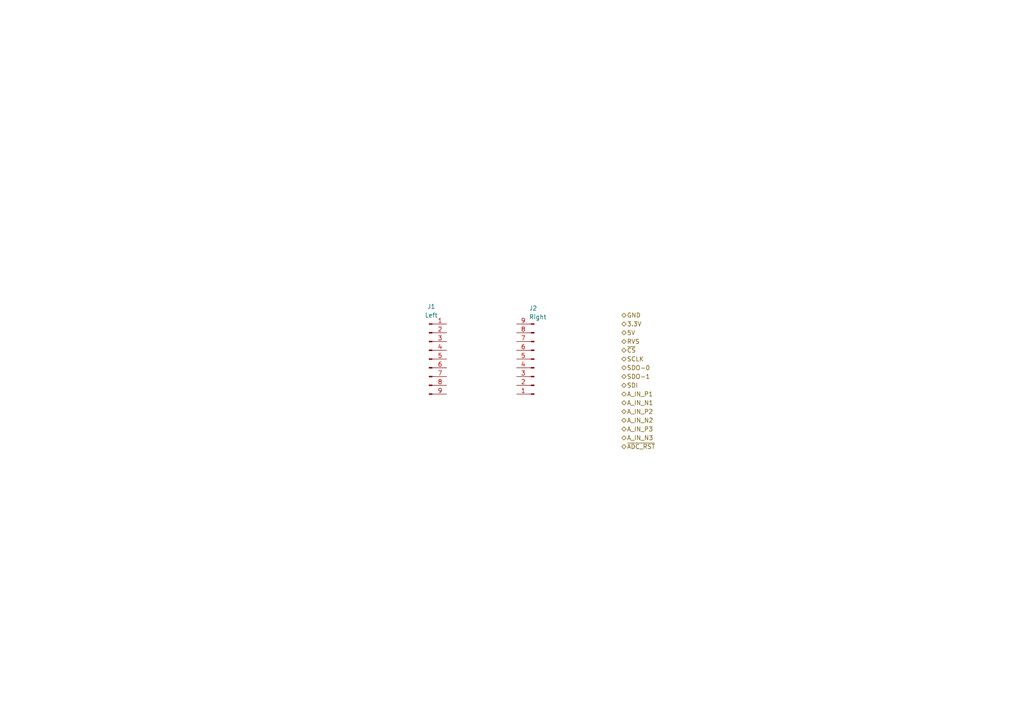
<source format=kicad_sch>
(kicad_sch (version 20250114) (generator "eeschema") (generator_version "9.0")
  (paper "A4")
  (lib_symbols
    (symbol "Connector:Conn_01x09_Pin" (pin_names (offset 1.016) (hide yes))
      (property "Reference" "J" (at 0 12.7 0))
      (property "Value" "Conn_01x09_Pin" (at 0 -12.7 0))
      (symbol "Conn_01x09_Pin_1_1"
        (rectangle (start 0.8636 10.287) (end 0 10.033) (stroke (width 0.1524)) (fill (type outline)))
        (rectangle (start 0.8636 7.747) (end 0 7.493) (stroke (width 0.1524)) (fill (type outline)))
        (rectangle (start 0.8636 5.207) (end 0 4.953) (stroke (width 0.1524)) (fill (type outline)))
        (rectangle (start 0.8636 2.667) (end 0 2.413) (stroke (width 0.1524)) (fill (type outline)))
        (rectangle (start 0.8636 0.127) (end 0 -0.127) (stroke (width 0.1524)) (fill (type outline)))
        (rectangle (start 0.8636 -2.413) (end 0 -2.667) (stroke (width 0.1524)) (fill (type outline)))
        (rectangle (start 0.8636 -4.953) (end 0 -5.207) (stroke (width 0.1524)) (fill (type outline)))
        (rectangle (start 0.8636 -7.493) (end 0 -7.747) (stroke (width 0.1524)) (fill (type outline)))
        (rectangle (start 0.8636 -10.033) (end 0 -10.287) (stroke (width 0.1524)) (fill (type outline)))
        (polyline (pts (xy 1.27 10.16) (xy 0.8636 10.16)) (stroke (width 0.1524)))
        (polyline (pts (xy 1.27 7.62) (xy 0.8636 7.62)) (stroke (width 0.1524)))
        (polyline (pts (xy 1.27 5.08) (xy 0.8636 5.08)) (stroke (width 0.1524)))
        (polyline (pts (xy 1.27 2.54) (xy 0.8636 2.54)) (stroke (width 0.1524)))
        (polyline (pts (xy 1.27 0) (xy 0.8636 0)) (stroke (width 0.1524)))
        (polyline (pts (xy 1.27 -2.54) (xy 0.8636 -2.54)) (stroke (width 0.1524)))
        (polyline (pts (xy 1.27 -5.08) (xy 0.8636 -5.08)) (stroke (width 0.1524)))
        (polyline (pts (xy 1.27 -7.62) (xy 0.8636 -7.62)) (stroke (width 0.1524)))
        (polyline (pts (xy 1.27 -10.16) (xy 0.8636 -10.16)) (stroke (width 0.1524)))
        (pin passive line (at 5.08 10.16 180) (length 3.81) (name "Pin_1") (number "1"))
        (pin passive line (at 5.08 7.62 180) (length 3.81) (name "Pin_2") (number "2"))
        (pin passive line (at 5.08 5.08 180) (length 3.81) (name "Pin_3") (number "3"))
        (pin passive line (at 5.08 2.54 180) (length 3.81) (name "Pin_4") (number "4"))
        (pin passive line (at 5.08 0 180) (length 3.81) (name "Pin_5") (number "5"))
        (pin passive line (at 5.08 -2.54 180) (length 3.81) (name "Pin_6") (number "6"))
        (pin passive line (at 5.08 -5.08 180) (length 3.81) (name "Pin_7") (number "7"))
        (pin passive line (at 5.08 -7.62 180) (length 3.81) (name "Pin_8") (number "8"))
        (pin passive line (at 5.08 -10.16 180) (length 3.81) (name "Pin_9") (number "9"))
      )
    )
  )
  (hierarchical_label "A_IN_P2" (shape bidirectional) (at 180.34 119.38 0))
  (hierarchical_label "SDO-0" (shape bidirectional) (at 180.34 106.68 0))
  (hierarchical_label "~{ADC_RST}" (shape bidirectional) (at 180.34 129.54 0))
  (hierarchical_label "SDI" (shape bidirectional) (at 180.34 111.76 0))
  (hierarchical_label "5V" (shape bidirectional) (at 180.34 96.52 0))
  (hierarchical_label "A_IN_N2" (shape bidirectional) (at 180.34 121.92 0))
  (hierarchical_label "A_IN_N1" (shape bidirectional) (at 180.34 116.84 0))
  (hierarchical_label "SDO-1" (shape bidirectional) (at 180.34 109.22 0))
  (hierarchical_label "GND" (shape bidirectional) (at 180.34 91.44 0))
  (hierarchical_label "SCLK" (shape bidirectional) (at 180.34 104.14 0))
  (hierarchical_label "~{CS}" (shape bidirectional) (at 180.34 101.6 0))
  (hierarchical_label "A_IN_P1" (shape bidirectional) (at 180.34 114.3 0))
  (hierarchical_label "RVS" (shape bidirectional) (at 180.34 99.06 0))
  (hierarchical_label "A_IN_P3" (shape bidirectional) (at 180.34 124.46 0))
  (hierarchical_label "A_IN_N3" (shape bidirectional) (at 180.34 127 0))
  (hierarchical_label "3.3V" (shape bidirectional) (at 180.34 93.98 0))
  (symbol (lib_id "Connector:Conn_01x09_Pin") (at 154.94 104.14 180) (unit 1)
    (property "Reference" "J2" (at 153.416 89.408 0) (effects (justify right)))
    (property "Value" "Right" (at 153.416 91.948 0) (effects (justify right)))
    (property "Description" "Generic connector, single row, 01x09, script generated" (effects (hide yes)))
  )
  (symbol (lib_id "Connector:Conn_01x09_Pin") (at 124.46 104.14 0) (unit 1)
    (property "Reference" "J1" (at 125.095 88.9 0))
    (property "Value" "Left" (at 125.095 91.44 0))
    (property "Description" "Generic connector, single row, 01x09, script generated" (effects (hide yes)))
  )
)
</source>
